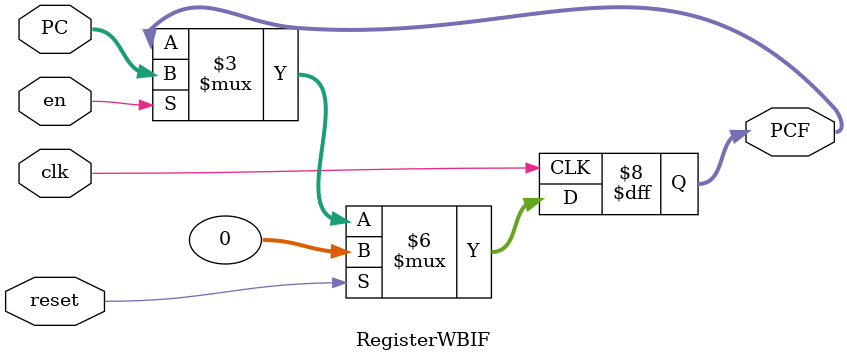
<source format=v>
module RegisterIFID(
    input [31:0] instF,
    input clk,
    input clr,
    input en,
    input reset,
    output reg [31:0] instD
);

    // clear if clr == 1
    // refresh the value in NEG edge of the clk
    always @(negedge clk) begin
        if (clr)
            instD <= 32'd0;
        else if (reset)
            instD <= 32'd0;
        else if (en)
            instD <= instF;
        else 
            instD <= instD;
    end

endmodule

module RegisterIDEXE(
    input [3:0]ReadAddr1D,
    input [3:0]ReadAddr2D,
    input [1:0]OpcodeD,
    input PCSrcD,
    input RegWriteD,
    input MemtoRegD,
    input MemWriteD,
    input [3:0] ALUControlD,
    input BranchD,
    input ALUSrcD,
    input FlagWriteD,
    input [3:0] CondD,
    input [3:0] FlagsD,
    input RegSrcD,
    input [31:0] ReadData1D,
    input [31:0] ReadData2D,
    input [3:0] WriteAddress3D,
    input [31:0] ExtImmD,
    input flushCtrlSig,
    input InvalidRegD,
    input IsReadAddr1_ValidD,
    input IsReadAddr2_ValidD,
    input [31:0]pcoutD,

    input clk,
    input clr,
    input reset,
    output reg [3:0] ReadAddr1E,
    output reg [3:0] ReadAddr2E,
    output reg [1:0] OpcodeE,
    output reg PCSrcE,
    output reg RegWriteE,
    output reg MemtoRegE,
    output reg MemWriteE,
    output reg [3:0] ALUControlE,
    output reg BranchE,
    output reg ALUSrcE,
    output reg FlagWriteE,
    output reg [3:0] condE,
    output reg [3:0] FlagsE,
    output reg RegSrcE,
    output reg [31:0] ReadData1E,
    output reg [31:0] ReadData2E,
    output reg [3:0] WriteAddress3E,
    output reg [31:0] ExtImmE,
    output reg InvalidRegE,
    output reg IsReadAddr1_ValidE,
    output reg IsReadAddr2_ValidE,
    output reg [31:0] pcoutE
);

    always @(negedge clk) begin
        if (clr) begin
            ReadAddr1E <= 4'b0;
            ReadAddr2E <= 4'b0;
            OpcodeE <= 2'b0;
            PCSrcE <= 1'b0;
            RegWriteE <= 1'b0;
            MemtoRegE <= 1'b0;
            MemWriteE <= 1'b0;
            ALUControlE <= 4'b0000;
            BranchE <= 1'b0;
            ALUSrcE <= 1'b0;
            FlagWriteE <= 1'b0;
            condE <= 4'b0;
            RegSrcE <= 1'b0;
            ReadData1E <= 32'b0;
            ReadData2E <= 32'b0;
            WriteAddress3E <= 4'b0;
            ExtImmE <= 32'b0;
            InvalidRegE <= 1'b0;
            IsReadAddr1_ValidE <= 1'b0; 
            IsReadAddr2_ValidE <= 1'b0;
            pcoutE <= 32'b0;
            FlagsE <= 4'b0000;

        end
        else if (reset) begin
            ReadAddr1E <= 4'b0;
            ReadAddr2E <= 4'b0;
            OpcodeE <= 2'b0;
            PCSrcE <= 1'b0;
            RegWriteE <= 1'b0;
            MemtoRegE <= 1'b0;
            MemWriteE <= 1'b0;
            ALUControlE <= 4'b0000;
            BranchE <= 1'b0;
            ALUSrcE <= 1'b0;
            FlagWriteE <= 1'b0;
            condE <= 4'b0;
            RegSrcE <= 1'b0;
            FlagsE <= 4'b0;
            ReadData1E <= 32'b0;
            ReadData2E <= 32'b0;
            WriteAddress3E <= 4'b0;
            ExtImmE <= 32'b0;
            InvalidRegE <= 1'b0;
            IsReadAddr1_ValidE <= 1'b0; 
            IsReadAddr2_ValidE <= 1'b0;
            pcoutE <= 32'b0;
            FlagsE <= 4'b0000;

		end
        else begin
            if (flushCtrlSig == 1'b1) begin
                PCSrcE <= 1'b0;
                RegWriteE <= 1'b0;
                MemtoRegE <= 1'b0;
                MemWriteE <= 1'b0;
                ALUControlE <= 4'b0000;
                BranchE <= 1'b0;
                ALUSrcE <= 1'b0;
                FlagWriteE <= 1'b0;
                condE <= 4'b0;     
                RegSrcE <= 1'b0;
                InvalidRegE <= 1'b0;   
                IsReadAddr1_ValidE <= 1'b0; 
                IsReadAddr2_ValidE <= 1'b0;
               // FlagsE <= 4'b0;
 
            end
            else begin
                PCSrcE <= PCSrcD;
                RegWriteE <= RegWriteD;
                MemtoRegE <= MemtoRegD;
                MemWriteE <= MemWriteD;
                ALUControlE <= ALUControlD;
                BranchE <= BranchD;
                ALUSrcE <= ALUSrcD;
                FlagWriteE <= FlagWriteD;
                condE <= CondD;
                RegSrcE <= RegSrcD;
                InvalidRegE <= InvalidRegD;
                IsReadAddr1_ValidE <= IsReadAddr1_ValidD; 
                IsReadAddr2_ValidE <= IsReadAddr2_ValidD; 
            end
            ReadAddr1E <= ReadAddr1D;
            ReadAddr2E <= ReadAddr2D;
            OpcodeE <= OpcodeD;
            ReadData1E <= ReadData1D;
            ReadData2E <= ReadData2D;
            WriteAddress3E <= WriteAddress3D;
            ExtImmE <= ExtImmD;
            pcoutE <= pcoutD;
            FlagsE <= FlagsD;
        end
    end

endmodule

module RegisterEXEMEM(
   input PCSrcE,
   input RegWriteE,
   input MemtoRegE,
   input MemWriteE,
   input clk,
   input reset,
   input [31:0] ALUResultE,
   input [31:0] WriteDataE,
   input [3:0] WA3E,
   input RegSrcE,
   input [31:0]pcoutE,
   input BranchTakenE,
   
   output reg PCSrcM,
   output reg RegWriteM,
   output reg MemtoRegM,
   output reg MemWriteM,
   output reg [3:0] WA3M,
   output reg [31:0] WriteDataM,
   output reg [31:0] ALUOutM,
   output reg RegSrcM,
   output reg [31:0]pcoutM,
   output reg BranchTakenM
   );

   always @ (negedge clk) begin
      if (reset) begin
            PCSrcM <= 1'b0;
            RegWriteM <= 1'b0;
            MemtoRegM <= 1'b0;
            MemWriteM <= 1'b0;
            WA3M <= 4'b0;
            ALUOutM <= 32'b0;
            WriteDataM <= 32'b0;
            RegSrcM <= 1'b0;
            pcoutM <= 32'b0;
            BranchTakenM <= 1'b0;
      end
      else
            PCSrcM <= PCSrcE;
            RegWriteM <= RegWriteE;
            MemtoRegM <= MemtoRegE;
            MemWriteM <= MemWriteE;
            WA3M <= WA3E;
            ALUOutM <= ALUResultE;
            WriteDataM <= WriteDataE;
            RegSrcM <= RegSrcE;
            pcoutM <= pcoutE;
            BranchTakenM <= BranchTakenE;

      end
endmodule

module RegisterMEMWB(
   input clk,
   input reset,
   input PCSrcM,
   input RegWriteM,
   input MemtoRegM,
   input [31:0] ALUOutM,
   input [31:0] ReadDataM,
   input [3:0] WA3M,
   input RegSrcM,
   input [31:0]pcoutM,
   input BranchTakenM,
   
   output reg PCSrcW,
   output reg RegWriteW,
   output reg MemtoRegW,
   output reg [31:0]ReadDataW,
   output reg [31:0] ALUOutW,
   output reg [3:0] WA3W,
   output reg RegSrcW,
   output reg [31:0]pcoutW,
   output reg BranchTakenW
);

 always @ (negedge clk) begin
      if (reset) begin
            PCSrcW <= 1'b0;
            RegWriteW <= 1'b0;
            MemtoRegW <= 1'b0;
            ReadDataW <= 32'b0;
            ALUOutW <= 32'b0;
            WA3W <= 4'b0;
            RegSrcW <= 1'b0;
            pcoutW <= 32'b0;
            BranchTakenW <= 1'b0;
      end
      else
           PCSrcW <= PCSrcM;
           RegWriteW <= RegWriteM;
           MemtoRegW <= MemtoRegM;
           ReadDataW <= ReadDataM;
           ALUOutW <= ALUOutM;
           WA3W <= WA3M;
           RegSrcW <= RegSrcM;
           pcoutW <= pcoutM;
           BranchTakenW <= BranchTakenM;
      end
endmodule

module RegisterWBIF(
    input clk,
    input en,
    input [31:0] PC,
    input reset,
    output reg [31:0] PCF
);
    always @(negedge clk) begin
		if (reset)
			PCF <= 'h00000000;
        else if (en)
            PCF <= PC;
        else
            PCF <= PCF;
    end
endmodule

</source>
